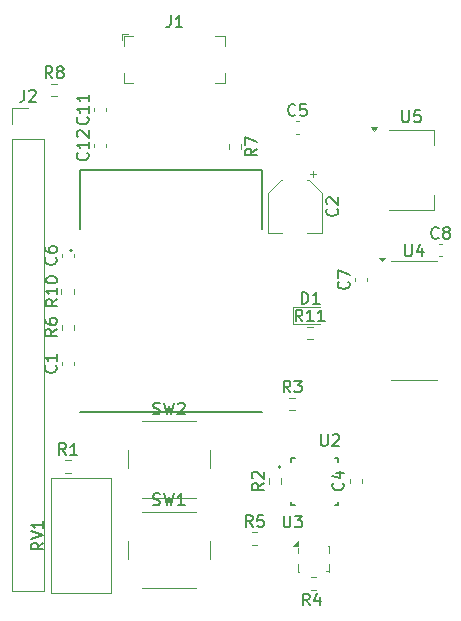
<source format=gbr>
%TF.GenerationSoftware,KiCad,Pcbnew,9.0.2*%
%TF.CreationDate,2025-06-10T14:23:58-07:00*%
%TF.ProjectId,LockerHacks Remake,4c6f636b-6572-4486-9163-6b732052656d,rev?*%
%TF.SameCoordinates,Original*%
%TF.FileFunction,Legend,Top*%
%TF.FilePolarity,Positive*%
%FSLAX46Y46*%
G04 Gerber Fmt 4.6, Leading zero omitted, Abs format (unit mm)*
G04 Created by KiCad (PCBNEW 9.0.2) date 2025-06-10 14:23:58*
%MOMM*%
%LPD*%
G01*
G04 APERTURE LIST*
%ADD10C,0.150000*%
%ADD11C,0.100000*%
%ADD12C,0.120000*%
%ADD13C,0.200000*%
%ADD14C,0.127000*%
G04 APERTURE END LIST*
D10*
X124438095Y-103454819D02*
X124438095Y-104264342D01*
X124438095Y-104264342D02*
X124485714Y-104359580D01*
X124485714Y-104359580D02*
X124533333Y-104407200D01*
X124533333Y-104407200D02*
X124628571Y-104454819D01*
X124628571Y-104454819D02*
X124819047Y-104454819D01*
X124819047Y-104454819D02*
X124914285Y-104407200D01*
X124914285Y-104407200D02*
X124961904Y-104359580D01*
X124961904Y-104359580D02*
X125009523Y-104264342D01*
X125009523Y-104264342D02*
X125009523Y-103454819D01*
X125390476Y-103454819D02*
X126009523Y-103454819D01*
X126009523Y-103454819D02*
X125676190Y-103835771D01*
X125676190Y-103835771D02*
X125819047Y-103835771D01*
X125819047Y-103835771D02*
X125914285Y-103883390D01*
X125914285Y-103883390D02*
X125961904Y-103931009D01*
X125961904Y-103931009D02*
X126009523Y-104026247D01*
X126009523Y-104026247D02*
X126009523Y-104264342D01*
X126009523Y-104264342D02*
X125961904Y-104359580D01*
X125961904Y-104359580D02*
X125914285Y-104407200D01*
X125914285Y-104407200D02*
X125819047Y-104454819D01*
X125819047Y-104454819D02*
X125533333Y-104454819D01*
X125533333Y-104454819D02*
X125438095Y-104407200D01*
X125438095Y-104407200D02*
X125390476Y-104359580D01*
X114866666Y-61104819D02*
X114866666Y-61819104D01*
X114866666Y-61819104D02*
X114819047Y-61961961D01*
X114819047Y-61961961D02*
X114723809Y-62057200D01*
X114723809Y-62057200D02*
X114580952Y-62104819D01*
X114580952Y-62104819D02*
X114485714Y-62104819D01*
X115866666Y-62104819D02*
X115295238Y-62104819D01*
X115580952Y-62104819D02*
X115580952Y-61104819D01*
X115580952Y-61104819D02*
X115485714Y-61247676D01*
X115485714Y-61247676D02*
X115390476Y-61342914D01*
X115390476Y-61342914D02*
X115295238Y-61390533D01*
X104858333Y-66424819D02*
X104525000Y-65948628D01*
X104286905Y-66424819D02*
X104286905Y-65424819D01*
X104286905Y-65424819D02*
X104667857Y-65424819D01*
X104667857Y-65424819D02*
X104763095Y-65472438D01*
X104763095Y-65472438D02*
X104810714Y-65520057D01*
X104810714Y-65520057D02*
X104858333Y-65615295D01*
X104858333Y-65615295D02*
X104858333Y-65758152D01*
X104858333Y-65758152D02*
X104810714Y-65853390D01*
X104810714Y-65853390D02*
X104763095Y-65901009D01*
X104763095Y-65901009D02*
X104667857Y-65948628D01*
X104667857Y-65948628D02*
X104286905Y-65948628D01*
X105429762Y-65853390D02*
X105334524Y-65805771D01*
X105334524Y-65805771D02*
X105286905Y-65758152D01*
X105286905Y-65758152D02*
X105239286Y-65662914D01*
X105239286Y-65662914D02*
X105239286Y-65615295D01*
X105239286Y-65615295D02*
X105286905Y-65520057D01*
X105286905Y-65520057D02*
X105334524Y-65472438D01*
X105334524Y-65472438D02*
X105429762Y-65424819D01*
X105429762Y-65424819D02*
X105620238Y-65424819D01*
X105620238Y-65424819D02*
X105715476Y-65472438D01*
X105715476Y-65472438D02*
X105763095Y-65520057D01*
X105763095Y-65520057D02*
X105810714Y-65615295D01*
X105810714Y-65615295D02*
X105810714Y-65662914D01*
X105810714Y-65662914D02*
X105763095Y-65758152D01*
X105763095Y-65758152D02*
X105715476Y-65805771D01*
X105715476Y-65805771D02*
X105620238Y-65853390D01*
X105620238Y-65853390D02*
X105429762Y-65853390D01*
X105429762Y-65853390D02*
X105334524Y-65901009D01*
X105334524Y-65901009D02*
X105286905Y-65948628D01*
X105286905Y-65948628D02*
X105239286Y-66043866D01*
X105239286Y-66043866D02*
X105239286Y-66234342D01*
X105239286Y-66234342D02*
X105286905Y-66329580D01*
X105286905Y-66329580D02*
X105334524Y-66377200D01*
X105334524Y-66377200D02*
X105429762Y-66424819D01*
X105429762Y-66424819D02*
X105620238Y-66424819D01*
X105620238Y-66424819D02*
X105715476Y-66377200D01*
X105715476Y-66377200D02*
X105763095Y-66329580D01*
X105763095Y-66329580D02*
X105810714Y-66234342D01*
X105810714Y-66234342D02*
X105810714Y-66043866D01*
X105810714Y-66043866D02*
X105763095Y-65948628D01*
X105763095Y-65948628D02*
X105715476Y-65901009D01*
X105715476Y-65901009D02*
X105620238Y-65853390D01*
X122184819Y-72391666D02*
X121708628Y-72724999D01*
X122184819Y-72963094D02*
X121184819Y-72963094D01*
X121184819Y-72963094D02*
X121184819Y-72582142D01*
X121184819Y-72582142D02*
X121232438Y-72486904D01*
X121232438Y-72486904D02*
X121280057Y-72439285D01*
X121280057Y-72439285D02*
X121375295Y-72391666D01*
X121375295Y-72391666D02*
X121518152Y-72391666D01*
X121518152Y-72391666D02*
X121613390Y-72439285D01*
X121613390Y-72439285D02*
X121661009Y-72486904D01*
X121661009Y-72486904D02*
X121708628Y-72582142D01*
X121708628Y-72582142D02*
X121708628Y-72963094D01*
X121184819Y-72058332D02*
X121184819Y-71391666D01*
X121184819Y-71391666D02*
X122184819Y-71820237D01*
X134488095Y-69154819D02*
X134488095Y-69964342D01*
X134488095Y-69964342D02*
X134535714Y-70059580D01*
X134535714Y-70059580D02*
X134583333Y-70107200D01*
X134583333Y-70107200D02*
X134678571Y-70154819D01*
X134678571Y-70154819D02*
X134869047Y-70154819D01*
X134869047Y-70154819D02*
X134964285Y-70107200D01*
X134964285Y-70107200D02*
X135011904Y-70059580D01*
X135011904Y-70059580D02*
X135059523Y-69964342D01*
X135059523Y-69964342D02*
X135059523Y-69154819D01*
X136011904Y-69154819D02*
X135535714Y-69154819D01*
X135535714Y-69154819D02*
X135488095Y-69631009D01*
X135488095Y-69631009D02*
X135535714Y-69583390D01*
X135535714Y-69583390D02*
X135630952Y-69535771D01*
X135630952Y-69535771D02*
X135869047Y-69535771D01*
X135869047Y-69535771D02*
X135964285Y-69583390D01*
X135964285Y-69583390D02*
X136011904Y-69631009D01*
X136011904Y-69631009D02*
X136059523Y-69726247D01*
X136059523Y-69726247D02*
X136059523Y-69964342D01*
X136059523Y-69964342D02*
X136011904Y-70059580D01*
X136011904Y-70059580D02*
X135964285Y-70107200D01*
X135964285Y-70107200D02*
X135869047Y-70154819D01*
X135869047Y-70154819D02*
X135630952Y-70154819D01*
X135630952Y-70154819D02*
X135535714Y-70107200D01*
X135535714Y-70107200D02*
X135488095Y-70059580D01*
X134713095Y-80499819D02*
X134713095Y-81309342D01*
X134713095Y-81309342D02*
X134760714Y-81404580D01*
X134760714Y-81404580D02*
X134808333Y-81452200D01*
X134808333Y-81452200D02*
X134903571Y-81499819D01*
X134903571Y-81499819D02*
X135094047Y-81499819D01*
X135094047Y-81499819D02*
X135189285Y-81452200D01*
X135189285Y-81452200D02*
X135236904Y-81404580D01*
X135236904Y-81404580D02*
X135284523Y-81309342D01*
X135284523Y-81309342D02*
X135284523Y-80499819D01*
X136189285Y-80833152D02*
X136189285Y-81499819D01*
X135951190Y-80452200D02*
X135713095Y-81166485D01*
X135713095Y-81166485D02*
X136332142Y-81166485D01*
X127588095Y-96562319D02*
X127588095Y-97371842D01*
X127588095Y-97371842D02*
X127635714Y-97467080D01*
X127635714Y-97467080D02*
X127683333Y-97514700D01*
X127683333Y-97514700D02*
X127778571Y-97562319D01*
X127778571Y-97562319D02*
X127969047Y-97562319D01*
X127969047Y-97562319D02*
X128064285Y-97514700D01*
X128064285Y-97514700D02*
X128111904Y-97467080D01*
X128111904Y-97467080D02*
X128159523Y-97371842D01*
X128159523Y-97371842D02*
X128159523Y-96562319D01*
X128588095Y-96657557D02*
X128635714Y-96609938D01*
X128635714Y-96609938D02*
X128730952Y-96562319D01*
X128730952Y-96562319D02*
X128969047Y-96562319D01*
X128969047Y-96562319D02*
X129064285Y-96609938D01*
X129064285Y-96609938D02*
X129111904Y-96657557D01*
X129111904Y-96657557D02*
X129159523Y-96752795D01*
X129159523Y-96752795D02*
X129159523Y-96848033D01*
X129159523Y-96848033D02*
X129111904Y-96990890D01*
X129111904Y-96990890D02*
X128540476Y-97562319D01*
X128540476Y-97562319D02*
X129159523Y-97562319D01*
X113401667Y-94837200D02*
X113544524Y-94884819D01*
X113544524Y-94884819D02*
X113782619Y-94884819D01*
X113782619Y-94884819D02*
X113877857Y-94837200D01*
X113877857Y-94837200D02*
X113925476Y-94789580D01*
X113925476Y-94789580D02*
X113973095Y-94694342D01*
X113973095Y-94694342D02*
X113973095Y-94599104D01*
X113973095Y-94599104D02*
X113925476Y-94503866D01*
X113925476Y-94503866D02*
X113877857Y-94456247D01*
X113877857Y-94456247D02*
X113782619Y-94408628D01*
X113782619Y-94408628D02*
X113592143Y-94361009D01*
X113592143Y-94361009D02*
X113496905Y-94313390D01*
X113496905Y-94313390D02*
X113449286Y-94265771D01*
X113449286Y-94265771D02*
X113401667Y-94170533D01*
X113401667Y-94170533D02*
X113401667Y-94075295D01*
X113401667Y-94075295D02*
X113449286Y-93980057D01*
X113449286Y-93980057D02*
X113496905Y-93932438D01*
X113496905Y-93932438D02*
X113592143Y-93884819D01*
X113592143Y-93884819D02*
X113830238Y-93884819D01*
X113830238Y-93884819D02*
X113973095Y-93932438D01*
X114306429Y-93884819D02*
X114544524Y-94884819D01*
X114544524Y-94884819D02*
X114735000Y-94170533D01*
X114735000Y-94170533D02*
X114925476Y-94884819D01*
X114925476Y-94884819D02*
X115163572Y-93884819D01*
X115496905Y-93980057D02*
X115544524Y-93932438D01*
X115544524Y-93932438D02*
X115639762Y-93884819D01*
X115639762Y-93884819D02*
X115877857Y-93884819D01*
X115877857Y-93884819D02*
X115973095Y-93932438D01*
X115973095Y-93932438D02*
X116020714Y-93980057D01*
X116020714Y-93980057D02*
X116068333Y-94075295D01*
X116068333Y-94075295D02*
X116068333Y-94170533D01*
X116068333Y-94170533D02*
X116020714Y-94313390D01*
X116020714Y-94313390D02*
X115449286Y-94884819D01*
X115449286Y-94884819D02*
X116068333Y-94884819D01*
X113401667Y-102537200D02*
X113544524Y-102584819D01*
X113544524Y-102584819D02*
X113782619Y-102584819D01*
X113782619Y-102584819D02*
X113877857Y-102537200D01*
X113877857Y-102537200D02*
X113925476Y-102489580D01*
X113925476Y-102489580D02*
X113973095Y-102394342D01*
X113973095Y-102394342D02*
X113973095Y-102299104D01*
X113973095Y-102299104D02*
X113925476Y-102203866D01*
X113925476Y-102203866D02*
X113877857Y-102156247D01*
X113877857Y-102156247D02*
X113782619Y-102108628D01*
X113782619Y-102108628D02*
X113592143Y-102061009D01*
X113592143Y-102061009D02*
X113496905Y-102013390D01*
X113496905Y-102013390D02*
X113449286Y-101965771D01*
X113449286Y-101965771D02*
X113401667Y-101870533D01*
X113401667Y-101870533D02*
X113401667Y-101775295D01*
X113401667Y-101775295D02*
X113449286Y-101680057D01*
X113449286Y-101680057D02*
X113496905Y-101632438D01*
X113496905Y-101632438D02*
X113592143Y-101584819D01*
X113592143Y-101584819D02*
X113830238Y-101584819D01*
X113830238Y-101584819D02*
X113973095Y-101632438D01*
X114306429Y-101584819D02*
X114544524Y-102584819D01*
X114544524Y-102584819D02*
X114735000Y-101870533D01*
X114735000Y-101870533D02*
X114925476Y-102584819D01*
X114925476Y-102584819D02*
X115163572Y-101584819D01*
X116068333Y-102584819D02*
X115496905Y-102584819D01*
X115782619Y-102584819D02*
X115782619Y-101584819D01*
X115782619Y-101584819D02*
X115687381Y-101727676D01*
X115687381Y-101727676D02*
X115592143Y-101822914D01*
X115592143Y-101822914D02*
X115496905Y-101870533D01*
X104094819Y-105755238D02*
X103618628Y-106088571D01*
X104094819Y-106326666D02*
X103094819Y-106326666D01*
X103094819Y-106326666D02*
X103094819Y-105945714D01*
X103094819Y-105945714D02*
X103142438Y-105850476D01*
X103142438Y-105850476D02*
X103190057Y-105802857D01*
X103190057Y-105802857D02*
X103285295Y-105755238D01*
X103285295Y-105755238D02*
X103428152Y-105755238D01*
X103428152Y-105755238D02*
X103523390Y-105802857D01*
X103523390Y-105802857D02*
X103571009Y-105850476D01*
X103571009Y-105850476D02*
X103618628Y-105945714D01*
X103618628Y-105945714D02*
X103618628Y-106326666D01*
X103094819Y-105469523D02*
X104094819Y-105136190D01*
X104094819Y-105136190D02*
X103094819Y-104802857D01*
X104094819Y-103945714D02*
X104094819Y-104517142D01*
X104094819Y-104231428D02*
X103094819Y-104231428D01*
X103094819Y-104231428D02*
X103237676Y-104326666D01*
X103237676Y-104326666D02*
X103332914Y-104421904D01*
X103332914Y-104421904D02*
X103380533Y-104517142D01*
X126019642Y-87024819D02*
X125686309Y-86548628D01*
X125448214Y-87024819D02*
X125448214Y-86024819D01*
X125448214Y-86024819D02*
X125829166Y-86024819D01*
X125829166Y-86024819D02*
X125924404Y-86072438D01*
X125924404Y-86072438D02*
X125972023Y-86120057D01*
X125972023Y-86120057D02*
X126019642Y-86215295D01*
X126019642Y-86215295D02*
X126019642Y-86358152D01*
X126019642Y-86358152D02*
X125972023Y-86453390D01*
X125972023Y-86453390D02*
X125924404Y-86501009D01*
X125924404Y-86501009D02*
X125829166Y-86548628D01*
X125829166Y-86548628D02*
X125448214Y-86548628D01*
X126972023Y-87024819D02*
X126400595Y-87024819D01*
X126686309Y-87024819D02*
X126686309Y-86024819D01*
X126686309Y-86024819D02*
X126591071Y-86167676D01*
X126591071Y-86167676D02*
X126495833Y-86262914D01*
X126495833Y-86262914D02*
X126400595Y-86310533D01*
X127924404Y-87024819D02*
X127352976Y-87024819D01*
X127638690Y-87024819D02*
X127638690Y-86024819D01*
X127638690Y-86024819D02*
X127543452Y-86167676D01*
X127543452Y-86167676D02*
X127448214Y-86262914D01*
X127448214Y-86262914D02*
X127352976Y-86310533D01*
X105284819Y-85117857D02*
X104808628Y-85451190D01*
X105284819Y-85689285D02*
X104284819Y-85689285D01*
X104284819Y-85689285D02*
X104284819Y-85308333D01*
X104284819Y-85308333D02*
X104332438Y-85213095D01*
X104332438Y-85213095D02*
X104380057Y-85165476D01*
X104380057Y-85165476D02*
X104475295Y-85117857D01*
X104475295Y-85117857D02*
X104618152Y-85117857D01*
X104618152Y-85117857D02*
X104713390Y-85165476D01*
X104713390Y-85165476D02*
X104761009Y-85213095D01*
X104761009Y-85213095D02*
X104808628Y-85308333D01*
X104808628Y-85308333D02*
X104808628Y-85689285D01*
X105284819Y-84165476D02*
X105284819Y-84736904D01*
X105284819Y-84451190D02*
X104284819Y-84451190D01*
X104284819Y-84451190D02*
X104427676Y-84546428D01*
X104427676Y-84546428D02*
X104522914Y-84641666D01*
X104522914Y-84641666D02*
X104570533Y-84736904D01*
X104284819Y-83546428D02*
X104284819Y-83451190D01*
X104284819Y-83451190D02*
X104332438Y-83355952D01*
X104332438Y-83355952D02*
X104380057Y-83308333D01*
X104380057Y-83308333D02*
X104475295Y-83260714D01*
X104475295Y-83260714D02*
X104665771Y-83213095D01*
X104665771Y-83213095D02*
X104903866Y-83213095D01*
X104903866Y-83213095D02*
X105094342Y-83260714D01*
X105094342Y-83260714D02*
X105189580Y-83308333D01*
X105189580Y-83308333D02*
X105237200Y-83355952D01*
X105237200Y-83355952D02*
X105284819Y-83451190D01*
X105284819Y-83451190D02*
X105284819Y-83546428D01*
X105284819Y-83546428D02*
X105237200Y-83641666D01*
X105237200Y-83641666D02*
X105189580Y-83689285D01*
X105189580Y-83689285D02*
X105094342Y-83736904D01*
X105094342Y-83736904D02*
X104903866Y-83784523D01*
X104903866Y-83784523D02*
X104665771Y-83784523D01*
X104665771Y-83784523D02*
X104475295Y-83736904D01*
X104475295Y-83736904D02*
X104380057Y-83689285D01*
X104380057Y-83689285D02*
X104332438Y-83641666D01*
X104332438Y-83641666D02*
X104284819Y-83546428D01*
X105254819Y-87666666D02*
X104778628Y-87999999D01*
X105254819Y-88238094D02*
X104254819Y-88238094D01*
X104254819Y-88238094D02*
X104254819Y-87857142D01*
X104254819Y-87857142D02*
X104302438Y-87761904D01*
X104302438Y-87761904D02*
X104350057Y-87714285D01*
X104350057Y-87714285D02*
X104445295Y-87666666D01*
X104445295Y-87666666D02*
X104588152Y-87666666D01*
X104588152Y-87666666D02*
X104683390Y-87714285D01*
X104683390Y-87714285D02*
X104731009Y-87761904D01*
X104731009Y-87761904D02*
X104778628Y-87857142D01*
X104778628Y-87857142D02*
X104778628Y-88238094D01*
X104254819Y-86809523D02*
X104254819Y-86999999D01*
X104254819Y-86999999D02*
X104302438Y-87095237D01*
X104302438Y-87095237D02*
X104350057Y-87142856D01*
X104350057Y-87142856D02*
X104492914Y-87238094D01*
X104492914Y-87238094D02*
X104683390Y-87285713D01*
X104683390Y-87285713D02*
X105064342Y-87285713D01*
X105064342Y-87285713D02*
X105159580Y-87238094D01*
X105159580Y-87238094D02*
X105207200Y-87190475D01*
X105207200Y-87190475D02*
X105254819Y-87095237D01*
X105254819Y-87095237D02*
X105254819Y-86904761D01*
X105254819Y-86904761D02*
X105207200Y-86809523D01*
X105207200Y-86809523D02*
X105159580Y-86761904D01*
X105159580Y-86761904D02*
X105064342Y-86714285D01*
X105064342Y-86714285D02*
X104826247Y-86714285D01*
X104826247Y-86714285D02*
X104731009Y-86761904D01*
X104731009Y-86761904D02*
X104683390Y-86809523D01*
X104683390Y-86809523D02*
X104635771Y-86904761D01*
X104635771Y-86904761D02*
X104635771Y-87095237D01*
X104635771Y-87095237D02*
X104683390Y-87190475D01*
X104683390Y-87190475D02*
X104731009Y-87238094D01*
X104731009Y-87238094D02*
X104826247Y-87285713D01*
X121808333Y-104424819D02*
X121475000Y-103948628D01*
X121236905Y-104424819D02*
X121236905Y-103424819D01*
X121236905Y-103424819D02*
X121617857Y-103424819D01*
X121617857Y-103424819D02*
X121713095Y-103472438D01*
X121713095Y-103472438D02*
X121760714Y-103520057D01*
X121760714Y-103520057D02*
X121808333Y-103615295D01*
X121808333Y-103615295D02*
X121808333Y-103758152D01*
X121808333Y-103758152D02*
X121760714Y-103853390D01*
X121760714Y-103853390D02*
X121713095Y-103901009D01*
X121713095Y-103901009D02*
X121617857Y-103948628D01*
X121617857Y-103948628D02*
X121236905Y-103948628D01*
X122713095Y-103424819D02*
X122236905Y-103424819D01*
X122236905Y-103424819D02*
X122189286Y-103901009D01*
X122189286Y-103901009D02*
X122236905Y-103853390D01*
X122236905Y-103853390D02*
X122332143Y-103805771D01*
X122332143Y-103805771D02*
X122570238Y-103805771D01*
X122570238Y-103805771D02*
X122665476Y-103853390D01*
X122665476Y-103853390D02*
X122713095Y-103901009D01*
X122713095Y-103901009D02*
X122760714Y-103996247D01*
X122760714Y-103996247D02*
X122760714Y-104234342D01*
X122760714Y-104234342D02*
X122713095Y-104329580D01*
X122713095Y-104329580D02*
X122665476Y-104377200D01*
X122665476Y-104377200D02*
X122570238Y-104424819D01*
X122570238Y-104424819D02*
X122332143Y-104424819D01*
X122332143Y-104424819D02*
X122236905Y-104377200D01*
X122236905Y-104377200D02*
X122189286Y-104329580D01*
X126633333Y-111054819D02*
X126300000Y-110578628D01*
X126061905Y-111054819D02*
X126061905Y-110054819D01*
X126061905Y-110054819D02*
X126442857Y-110054819D01*
X126442857Y-110054819D02*
X126538095Y-110102438D01*
X126538095Y-110102438D02*
X126585714Y-110150057D01*
X126585714Y-110150057D02*
X126633333Y-110245295D01*
X126633333Y-110245295D02*
X126633333Y-110388152D01*
X126633333Y-110388152D02*
X126585714Y-110483390D01*
X126585714Y-110483390D02*
X126538095Y-110531009D01*
X126538095Y-110531009D02*
X126442857Y-110578628D01*
X126442857Y-110578628D02*
X126061905Y-110578628D01*
X127490476Y-110388152D02*
X127490476Y-111054819D01*
X127252381Y-110007200D02*
X127014286Y-110721485D01*
X127014286Y-110721485D02*
X127633333Y-110721485D01*
X125008333Y-93024819D02*
X124675000Y-92548628D01*
X124436905Y-93024819D02*
X124436905Y-92024819D01*
X124436905Y-92024819D02*
X124817857Y-92024819D01*
X124817857Y-92024819D02*
X124913095Y-92072438D01*
X124913095Y-92072438D02*
X124960714Y-92120057D01*
X124960714Y-92120057D02*
X125008333Y-92215295D01*
X125008333Y-92215295D02*
X125008333Y-92358152D01*
X125008333Y-92358152D02*
X124960714Y-92453390D01*
X124960714Y-92453390D02*
X124913095Y-92501009D01*
X124913095Y-92501009D02*
X124817857Y-92548628D01*
X124817857Y-92548628D02*
X124436905Y-92548628D01*
X125341667Y-92024819D02*
X125960714Y-92024819D01*
X125960714Y-92024819D02*
X125627381Y-92405771D01*
X125627381Y-92405771D02*
X125770238Y-92405771D01*
X125770238Y-92405771D02*
X125865476Y-92453390D01*
X125865476Y-92453390D02*
X125913095Y-92501009D01*
X125913095Y-92501009D02*
X125960714Y-92596247D01*
X125960714Y-92596247D02*
X125960714Y-92834342D01*
X125960714Y-92834342D02*
X125913095Y-92929580D01*
X125913095Y-92929580D02*
X125865476Y-92977200D01*
X125865476Y-92977200D02*
X125770238Y-93024819D01*
X125770238Y-93024819D02*
X125484524Y-93024819D01*
X125484524Y-93024819D02*
X125389286Y-92977200D01*
X125389286Y-92977200D02*
X125341667Y-92929580D01*
X122754819Y-100696666D02*
X122278628Y-101029999D01*
X122754819Y-101268094D02*
X121754819Y-101268094D01*
X121754819Y-101268094D02*
X121754819Y-100887142D01*
X121754819Y-100887142D02*
X121802438Y-100791904D01*
X121802438Y-100791904D02*
X121850057Y-100744285D01*
X121850057Y-100744285D02*
X121945295Y-100696666D01*
X121945295Y-100696666D02*
X122088152Y-100696666D01*
X122088152Y-100696666D02*
X122183390Y-100744285D01*
X122183390Y-100744285D02*
X122231009Y-100791904D01*
X122231009Y-100791904D02*
X122278628Y-100887142D01*
X122278628Y-100887142D02*
X122278628Y-101268094D01*
X121850057Y-100315713D02*
X121802438Y-100268094D01*
X121802438Y-100268094D02*
X121754819Y-100172856D01*
X121754819Y-100172856D02*
X121754819Y-99934761D01*
X121754819Y-99934761D02*
X121802438Y-99839523D01*
X121802438Y-99839523D02*
X121850057Y-99791904D01*
X121850057Y-99791904D02*
X121945295Y-99744285D01*
X121945295Y-99744285D02*
X122040533Y-99744285D01*
X122040533Y-99744285D02*
X122183390Y-99791904D01*
X122183390Y-99791904D02*
X122754819Y-100363332D01*
X122754819Y-100363332D02*
X122754819Y-99744285D01*
X106008333Y-98324819D02*
X105675000Y-97848628D01*
X105436905Y-98324819D02*
X105436905Y-97324819D01*
X105436905Y-97324819D02*
X105817857Y-97324819D01*
X105817857Y-97324819D02*
X105913095Y-97372438D01*
X105913095Y-97372438D02*
X105960714Y-97420057D01*
X105960714Y-97420057D02*
X106008333Y-97515295D01*
X106008333Y-97515295D02*
X106008333Y-97658152D01*
X106008333Y-97658152D02*
X105960714Y-97753390D01*
X105960714Y-97753390D02*
X105913095Y-97801009D01*
X105913095Y-97801009D02*
X105817857Y-97848628D01*
X105817857Y-97848628D02*
X105436905Y-97848628D01*
X106960714Y-98324819D02*
X106389286Y-98324819D01*
X106675000Y-98324819D02*
X106675000Y-97324819D01*
X106675000Y-97324819D02*
X106579762Y-97467676D01*
X106579762Y-97467676D02*
X106484524Y-97562914D01*
X106484524Y-97562914D02*
X106389286Y-97610533D01*
X102466666Y-67409819D02*
X102466666Y-68124104D01*
X102466666Y-68124104D02*
X102419047Y-68266961D01*
X102419047Y-68266961D02*
X102323809Y-68362200D01*
X102323809Y-68362200D02*
X102180952Y-68409819D01*
X102180952Y-68409819D02*
X102085714Y-68409819D01*
X102895238Y-67505057D02*
X102942857Y-67457438D01*
X102942857Y-67457438D02*
X103038095Y-67409819D01*
X103038095Y-67409819D02*
X103276190Y-67409819D01*
X103276190Y-67409819D02*
X103371428Y-67457438D01*
X103371428Y-67457438D02*
X103419047Y-67505057D01*
X103419047Y-67505057D02*
X103466666Y-67600295D01*
X103466666Y-67600295D02*
X103466666Y-67695533D01*
X103466666Y-67695533D02*
X103419047Y-67838390D01*
X103419047Y-67838390D02*
X102847619Y-68409819D01*
X102847619Y-68409819D02*
X103466666Y-68409819D01*
X125961905Y-85524819D02*
X125961905Y-84524819D01*
X125961905Y-84524819D02*
X126200000Y-84524819D01*
X126200000Y-84524819D02*
X126342857Y-84572438D01*
X126342857Y-84572438D02*
X126438095Y-84667676D01*
X126438095Y-84667676D02*
X126485714Y-84762914D01*
X126485714Y-84762914D02*
X126533333Y-84953390D01*
X126533333Y-84953390D02*
X126533333Y-85096247D01*
X126533333Y-85096247D02*
X126485714Y-85286723D01*
X126485714Y-85286723D02*
X126438095Y-85381961D01*
X126438095Y-85381961D02*
X126342857Y-85477200D01*
X126342857Y-85477200D02*
X126200000Y-85524819D01*
X126200000Y-85524819D02*
X125961905Y-85524819D01*
X127485714Y-85524819D02*
X126914286Y-85524819D01*
X127200000Y-85524819D02*
X127200000Y-84524819D01*
X127200000Y-84524819D02*
X127104762Y-84667676D01*
X127104762Y-84667676D02*
X127009524Y-84762914D01*
X127009524Y-84762914D02*
X126914286Y-84810533D01*
X107829580Y-72742857D02*
X107877200Y-72790476D01*
X107877200Y-72790476D02*
X107924819Y-72933333D01*
X107924819Y-72933333D02*
X107924819Y-73028571D01*
X107924819Y-73028571D02*
X107877200Y-73171428D01*
X107877200Y-73171428D02*
X107781961Y-73266666D01*
X107781961Y-73266666D02*
X107686723Y-73314285D01*
X107686723Y-73314285D02*
X107496247Y-73361904D01*
X107496247Y-73361904D02*
X107353390Y-73361904D01*
X107353390Y-73361904D02*
X107162914Y-73314285D01*
X107162914Y-73314285D02*
X107067676Y-73266666D01*
X107067676Y-73266666D02*
X106972438Y-73171428D01*
X106972438Y-73171428D02*
X106924819Y-73028571D01*
X106924819Y-73028571D02*
X106924819Y-72933333D01*
X106924819Y-72933333D02*
X106972438Y-72790476D01*
X106972438Y-72790476D02*
X107020057Y-72742857D01*
X107924819Y-71790476D02*
X107924819Y-72361904D01*
X107924819Y-72076190D02*
X106924819Y-72076190D01*
X106924819Y-72076190D02*
X107067676Y-72171428D01*
X107067676Y-72171428D02*
X107162914Y-72266666D01*
X107162914Y-72266666D02*
X107210533Y-72361904D01*
X107020057Y-71409523D02*
X106972438Y-71361904D01*
X106972438Y-71361904D02*
X106924819Y-71266666D01*
X106924819Y-71266666D02*
X106924819Y-71028571D01*
X106924819Y-71028571D02*
X106972438Y-70933333D01*
X106972438Y-70933333D02*
X107020057Y-70885714D01*
X107020057Y-70885714D02*
X107115295Y-70838095D01*
X107115295Y-70838095D02*
X107210533Y-70838095D01*
X107210533Y-70838095D02*
X107353390Y-70885714D01*
X107353390Y-70885714D02*
X107924819Y-71457142D01*
X107924819Y-71457142D02*
X107924819Y-70838095D01*
X107829580Y-69717857D02*
X107877200Y-69765476D01*
X107877200Y-69765476D02*
X107924819Y-69908333D01*
X107924819Y-69908333D02*
X107924819Y-70003571D01*
X107924819Y-70003571D02*
X107877200Y-70146428D01*
X107877200Y-70146428D02*
X107781961Y-70241666D01*
X107781961Y-70241666D02*
X107686723Y-70289285D01*
X107686723Y-70289285D02*
X107496247Y-70336904D01*
X107496247Y-70336904D02*
X107353390Y-70336904D01*
X107353390Y-70336904D02*
X107162914Y-70289285D01*
X107162914Y-70289285D02*
X107067676Y-70241666D01*
X107067676Y-70241666D02*
X106972438Y-70146428D01*
X106972438Y-70146428D02*
X106924819Y-70003571D01*
X106924819Y-70003571D02*
X106924819Y-69908333D01*
X106924819Y-69908333D02*
X106972438Y-69765476D01*
X106972438Y-69765476D02*
X107020057Y-69717857D01*
X107924819Y-68765476D02*
X107924819Y-69336904D01*
X107924819Y-69051190D02*
X106924819Y-69051190D01*
X106924819Y-69051190D02*
X107067676Y-69146428D01*
X107067676Y-69146428D02*
X107162914Y-69241666D01*
X107162914Y-69241666D02*
X107210533Y-69336904D01*
X107924819Y-67813095D02*
X107924819Y-68384523D01*
X107924819Y-68098809D02*
X106924819Y-68098809D01*
X106924819Y-68098809D02*
X107067676Y-68194047D01*
X107067676Y-68194047D02*
X107162914Y-68289285D01*
X107162914Y-68289285D02*
X107210533Y-68384523D01*
X137558333Y-79929580D02*
X137510714Y-79977200D01*
X137510714Y-79977200D02*
X137367857Y-80024819D01*
X137367857Y-80024819D02*
X137272619Y-80024819D01*
X137272619Y-80024819D02*
X137129762Y-79977200D01*
X137129762Y-79977200D02*
X137034524Y-79881961D01*
X137034524Y-79881961D02*
X136986905Y-79786723D01*
X136986905Y-79786723D02*
X136939286Y-79596247D01*
X136939286Y-79596247D02*
X136939286Y-79453390D01*
X136939286Y-79453390D02*
X136986905Y-79262914D01*
X136986905Y-79262914D02*
X137034524Y-79167676D01*
X137034524Y-79167676D02*
X137129762Y-79072438D01*
X137129762Y-79072438D02*
X137272619Y-79024819D01*
X137272619Y-79024819D02*
X137367857Y-79024819D01*
X137367857Y-79024819D02*
X137510714Y-79072438D01*
X137510714Y-79072438D02*
X137558333Y-79120057D01*
X138129762Y-79453390D02*
X138034524Y-79405771D01*
X138034524Y-79405771D02*
X137986905Y-79358152D01*
X137986905Y-79358152D02*
X137939286Y-79262914D01*
X137939286Y-79262914D02*
X137939286Y-79215295D01*
X137939286Y-79215295D02*
X137986905Y-79120057D01*
X137986905Y-79120057D02*
X138034524Y-79072438D01*
X138034524Y-79072438D02*
X138129762Y-79024819D01*
X138129762Y-79024819D02*
X138320238Y-79024819D01*
X138320238Y-79024819D02*
X138415476Y-79072438D01*
X138415476Y-79072438D02*
X138463095Y-79120057D01*
X138463095Y-79120057D02*
X138510714Y-79215295D01*
X138510714Y-79215295D02*
X138510714Y-79262914D01*
X138510714Y-79262914D02*
X138463095Y-79358152D01*
X138463095Y-79358152D02*
X138415476Y-79405771D01*
X138415476Y-79405771D02*
X138320238Y-79453390D01*
X138320238Y-79453390D02*
X138129762Y-79453390D01*
X138129762Y-79453390D02*
X138034524Y-79501009D01*
X138034524Y-79501009D02*
X137986905Y-79548628D01*
X137986905Y-79548628D02*
X137939286Y-79643866D01*
X137939286Y-79643866D02*
X137939286Y-79834342D01*
X137939286Y-79834342D02*
X137986905Y-79929580D01*
X137986905Y-79929580D02*
X138034524Y-79977200D01*
X138034524Y-79977200D02*
X138129762Y-80024819D01*
X138129762Y-80024819D02*
X138320238Y-80024819D01*
X138320238Y-80024819D02*
X138415476Y-79977200D01*
X138415476Y-79977200D02*
X138463095Y-79929580D01*
X138463095Y-79929580D02*
X138510714Y-79834342D01*
X138510714Y-79834342D02*
X138510714Y-79643866D01*
X138510714Y-79643866D02*
X138463095Y-79548628D01*
X138463095Y-79548628D02*
X138415476Y-79501009D01*
X138415476Y-79501009D02*
X138320238Y-79453390D01*
X129929580Y-83641666D02*
X129977200Y-83689285D01*
X129977200Y-83689285D02*
X130024819Y-83832142D01*
X130024819Y-83832142D02*
X130024819Y-83927380D01*
X130024819Y-83927380D02*
X129977200Y-84070237D01*
X129977200Y-84070237D02*
X129881961Y-84165475D01*
X129881961Y-84165475D02*
X129786723Y-84213094D01*
X129786723Y-84213094D02*
X129596247Y-84260713D01*
X129596247Y-84260713D02*
X129453390Y-84260713D01*
X129453390Y-84260713D02*
X129262914Y-84213094D01*
X129262914Y-84213094D02*
X129167676Y-84165475D01*
X129167676Y-84165475D02*
X129072438Y-84070237D01*
X129072438Y-84070237D02*
X129024819Y-83927380D01*
X129024819Y-83927380D02*
X129024819Y-83832142D01*
X129024819Y-83832142D02*
X129072438Y-83689285D01*
X129072438Y-83689285D02*
X129120057Y-83641666D01*
X129024819Y-83308332D02*
X129024819Y-82641666D01*
X129024819Y-82641666D02*
X130024819Y-83070237D01*
X105129580Y-81591666D02*
X105177200Y-81639285D01*
X105177200Y-81639285D02*
X105224819Y-81782142D01*
X105224819Y-81782142D02*
X105224819Y-81877380D01*
X105224819Y-81877380D02*
X105177200Y-82020237D01*
X105177200Y-82020237D02*
X105081961Y-82115475D01*
X105081961Y-82115475D02*
X104986723Y-82163094D01*
X104986723Y-82163094D02*
X104796247Y-82210713D01*
X104796247Y-82210713D02*
X104653390Y-82210713D01*
X104653390Y-82210713D02*
X104462914Y-82163094D01*
X104462914Y-82163094D02*
X104367676Y-82115475D01*
X104367676Y-82115475D02*
X104272438Y-82020237D01*
X104272438Y-82020237D02*
X104224819Y-81877380D01*
X104224819Y-81877380D02*
X104224819Y-81782142D01*
X104224819Y-81782142D02*
X104272438Y-81639285D01*
X104272438Y-81639285D02*
X104320057Y-81591666D01*
X104224819Y-80734523D02*
X104224819Y-80924999D01*
X104224819Y-80924999D02*
X104272438Y-81020237D01*
X104272438Y-81020237D02*
X104320057Y-81067856D01*
X104320057Y-81067856D02*
X104462914Y-81163094D01*
X104462914Y-81163094D02*
X104653390Y-81210713D01*
X104653390Y-81210713D02*
X105034342Y-81210713D01*
X105034342Y-81210713D02*
X105129580Y-81163094D01*
X105129580Y-81163094D02*
X105177200Y-81115475D01*
X105177200Y-81115475D02*
X105224819Y-81020237D01*
X105224819Y-81020237D02*
X105224819Y-80829761D01*
X105224819Y-80829761D02*
X105177200Y-80734523D01*
X105177200Y-80734523D02*
X105129580Y-80686904D01*
X105129580Y-80686904D02*
X105034342Y-80639285D01*
X105034342Y-80639285D02*
X104796247Y-80639285D01*
X104796247Y-80639285D02*
X104701009Y-80686904D01*
X104701009Y-80686904D02*
X104653390Y-80734523D01*
X104653390Y-80734523D02*
X104605771Y-80829761D01*
X104605771Y-80829761D02*
X104605771Y-81020237D01*
X104605771Y-81020237D02*
X104653390Y-81115475D01*
X104653390Y-81115475D02*
X104701009Y-81163094D01*
X104701009Y-81163094D02*
X104796247Y-81210713D01*
X125433333Y-69529580D02*
X125385714Y-69577200D01*
X125385714Y-69577200D02*
X125242857Y-69624819D01*
X125242857Y-69624819D02*
X125147619Y-69624819D01*
X125147619Y-69624819D02*
X125004762Y-69577200D01*
X125004762Y-69577200D02*
X124909524Y-69481961D01*
X124909524Y-69481961D02*
X124861905Y-69386723D01*
X124861905Y-69386723D02*
X124814286Y-69196247D01*
X124814286Y-69196247D02*
X124814286Y-69053390D01*
X124814286Y-69053390D02*
X124861905Y-68862914D01*
X124861905Y-68862914D02*
X124909524Y-68767676D01*
X124909524Y-68767676D02*
X125004762Y-68672438D01*
X125004762Y-68672438D02*
X125147619Y-68624819D01*
X125147619Y-68624819D02*
X125242857Y-68624819D01*
X125242857Y-68624819D02*
X125385714Y-68672438D01*
X125385714Y-68672438D02*
X125433333Y-68720057D01*
X126338095Y-68624819D02*
X125861905Y-68624819D01*
X125861905Y-68624819D02*
X125814286Y-69101009D01*
X125814286Y-69101009D02*
X125861905Y-69053390D01*
X125861905Y-69053390D02*
X125957143Y-69005771D01*
X125957143Y-69005771D02*
X126195238Y-69005771D01*
X126195238Y-69005771D02*
X126290476Y-69053390D01*
X126290476Y-69053390D02*
X126338095Y-69101009D01*
X126338095Y-69101009D02*
X126385714Y-69196247D01*
X126385714Y-69196247D02*
X126385714Y-69434342D01*
X126385714Y-69434342D02*
X126338095Y-69529580D01*
X126338095Y-69529580D02*
X126290476Y-69577200D01*
X126290476Y-69577200D02*
X126195238Y-69624819D01*
X126195238Y-69624819D02*
X125957143Y-69624819D01*
X125957143Y-69624819D02*
X125861905Y-69577200D01*
X125861905Y-69577200D02*
X125814286Y-69529580D01*
X129459580Y-100696666D02*
X129507200Y-100744285D01*
X129507200Y-100744285D02*
X129554819Y-100887142D01*
X129554819Y-100887142D02*
X129554819Y-100982380D01*
X129554819Y-100982380D02*
X129507200Y-101125237D01*
X129507200Y-101125237D02*
X129411961Y-101220475D01*
X129411961Y-101220475D02*
X129316723Y-101268094D01*
X129316723Y-101268094D02*
X129126247Y-101315713D01*
X129126247Y-101315713D02*
X128983390Y-101315713D01*
X128983390Y-101315713D02*
X128792914Y-101268094D01*
X128792914Y-101268094D02*
X128697676Y-101220475D01*
X128697676Y-101220475D02*
X128602438Y-101125237D01*
X128602438Y-101125237D02*
X128554819Y-100982380D01*
X128554819Y-100982380D02*
X128554819Y-100887142D01*
X128554819Y-100887142D02*
X128602438Y-100744285D01*
X128602438Y-100744285D02*
X128650057Y-100696666D01*
X128888152Y-99839523D02*
X129554819Y-99839523D01*
X128507200Y-100077618D02*
X129221485Y-100315713D01*
X129221485Y-100315713D02*
X129221485Y-99696666D01*
X128959580Y-77466666D02*
X129007200Y-77514285D01*
X129007200Y-77514285D02*
X129054819Y-77657142D01*
X129054819Y-77657142D02*
X129054819Y-77752380D01*
X129054819Y-77752380D02*
X129007200Y-77895237D01*
X129007200Y-77895237D02*
X128911961Y-77990475D01*
X128911961Y-77990475D02*
X128816723Y-78038094D01*
X128816723Y-78038094D02*
X128626247Y-78085713D01*
X128626247Y-78085713D02*
X128483390Y-78085713D01*
X128483390Y-78085713D02*
X128292914Y-78038094D01*
X128292914Y-78038094D02*
X128197676Y-77990475D01*
X128197676Y-77990475D02*
X128102438Y-77895237D01*
X128102438Y-77895237D02*
X128054819Y-77752380D01*
X128054819Y-77752380D02*
X128054819Y-77657142D01*
X128054819Y-77657142D02*
X128102438Y-77514285D01*
X128102438Y-77514285D02*
X128150057Y-77466666D01*
X128150057Y-77085713D02*
X128102438Y-77038094D01*
X128102438Y-77038094D02*
X128054819Y-76942856D01*
X128054819Y-76942856D02*
X128054819Y-76704761D01*
X128054819Y-76704761D02*
X128102438Y-76609523D01*
X128102438Y-76609523D02*
X128150057Y-76561904D01*
X128150057Y-76561904D02*
X128245295Y-76514285D01*
X128245295Y-76514285D02*
X128340533Y-76514285D01*
X128340533Y-76514285D02*
X128483390Y-76561904D01*
X128483390Y-76561904D02*
X129054819Y-77133332D01*
X129054819Y-77133332D02*
X129054819Y-76514285D01*
X105129580Y-90741666D02*
X105177200Y-90789285D01*
X105177200Y-90789285D02*
X105224819Y-90932142D01*
X105224819Y-90932142D02*
X105224819Y-91027380D01*
X105224819Y-91027380D02*
X105177200Y-91170237D01*
X105177200Y-91170237D02*
X105081961Y-91265475D01*
X105081961Y-91265475D02*
X104986723Y-91313094D01*
X104986723Y-91313094D02*
X104796247Y-91360713D01*
X104796247Y-91360713D02*
X104653390Y-91360713D01*
X104653390Y-91360713D02*
X104462914Y-91313094D01*
X104462914Y-91313094D02*
X104367676Y-91265475D01*
X104367676Y-91265475D02*
X104272438Y-91170237D01*
X104272438Y-91170237D02*
X104224819Y-91027380D01*
X104224819Y-91027380D02*
X104224819Y-90932142D01*
X104224819Y-90932142D02*
X104272438Y-90789285D01*
X104272438Y-90789285D02*
X104320057Y-90741666D01*
X105224819Y-89789285D02*
X105224819Y-90360713D01*
X105224819Y-90074999D02*
X104224819Y-90074999D01*
X104224819Y-90074999D02*
X104367676Y-90170237D01*
X104367676Y-90170237D02*
X104462914Y-90265475D01*
X104462914Y-90265475D02*
X104510533Y-90360713D01*
D11*
%TO.C,U3*%
X125625000Y-106000000D02*
X125265000Y-106000000D01*
X125625000Y-105640000D01*
X125625000Y-106000000D01*
G36*
X125625000Y-106000000D02*
G01*
X125265000Y-106000000D01*
X125625000Y-105640000D01*
X125625000Y-106000000D01*
G37*
X128325000Y-108200000D02*
X128325000Y-107560000D01*
X128325000Y-106640000D02*
X128325000Y-106000000D01*
X128175000Y-106000000D02*
X128325000Y-106000000D01*
X128050000Y-108175000D02*
X128200000Y-108175000D01*
X125625000Y-108200000D02*
X125775000Y-108200000D01*
X125625000Y-108200000D02*
X125625000Y-107560000D01*
X125625000Y-106640000D02*
X125625000Y-106200000D01*
D12*
%TO.C,J1*%
X119470000Y-66870000D02*
X119470000Y-65970000D01*
X119470000Y-66870000D02*
X118670000Y-66870000D01*
X119470000Y-62830000D02*
X119470000Y-63730000D01*
X119470000Y-62830000D02*
X118670000Y-62830000D01*
X110930000Y-66870000D02*
X111730000Y-66870000D01*
X110930000Y-66870000D02*
X110930000Y-65970000D01*
X110930000Y-62830000D02*
X111730000Y-62830000D01*
X110930000Y-62830000D02*
X110930000Y-63730000D01*
X110780000Y-62680000D02*
X111280000Y-62680000D01*
X110780000Y-62680000D02*
X110780000Y-63180000D01*
%TO.C,R8*%
X104787742Y-67922500D02*
X105262258Y-67922500D01*
X104787742Y-66877500D02*
X105262258Y-66877500D01*
%TO.C,R7*%
X119777500Y-71987742D02*
X119777500Y-72462258D01*
X120822500Y-71987742D02*
X120822500Y-72462258D01*
%TO.C,U5*%
X133400000Y-70790000D02*
X137160000Y-70790000D01*
X133400000Y-77610000D02*
X137160000Y-77610000D01*
X137160000Y-70790000D02*
X137160000Y-72050000D01*
X137160000Y-77610000D02*
X137160000Y-76350000D01*
X132120000Y-70890000D02*
X131880000Y-70560000D01*
X132360000Y-70560000D01*
X132120000Y-70890000D01*
G36*
X132120000Y-70890000D02*
G01*
X131880000Y-70560000D01*
X132360000Y-70560000D01*
X132120000Y-70890000D01*
G37*
%TO.C,U4*%
X135475000Y-81885000D02*
X133525000Y-81885000D01*
X135475000Y-81885000D02*
X137425000Y-81885000D01*
X135475000Y-92005000D02*
X133525000Y-92005000D01*
X135475000Y-92005000D02*
X137425000Y-92005000D01*
X132775000Y-81940000D02*
X132535000Y-81610000D01*
X133015000Y-81610000D01*
X132775000Y-81940000D01*
G36*
X132775000Y-81940000D02*
G01*
X132535000Y-81610000D01*
X133015000Y-81610000D01*
X132775000Y-81940000D01*
G37*
D13*
%TO.C,U2*%
X124180000Y-99350000D02*
G75*
G02*
X123980000Y-99350000I-100000J0D01*
G01*
X123980000Y-99350000D02*
G75*
G02*
X124180000Y-99350000I100000J0D01*
G01*
D14*
X125080000Y-98600000D02*
X125080000Y-98895000D01*
X125080000Y-98600000D02*
X125375000Y-98600000D01*
X125080000Y-102600000D02*
X125375000Y-102600000D01*
X125080000Y-102600000D02*
X125080000Y-102305000D01*
X129080000Y-102600000D02*
X129080000Y-102305000D01*
X129080000Y-102600000D02*
X128785000Y-102600000D01*
X129080000Y-98600000D02*
X128785000Y-98600000D01*
X129080000Y-98600000D02*
X129080000Y-98895000D01*
%TO.C,U1*%
X107200000Y-74175000D02*
X122600000Y-74175000D01*
X122600000Y-74175000D02*
X122600000Y-79225000D01*
X122600000Y-94675000D02*
X107200000Y-94675000D01*
X107200000Y-79225000D02*
X107200000Y-74175000D01*
D13*
X106550000Y-81000000D02*
G75*
G02*
X106350000Y-81000000I-100000J0D01*
G01*
X106350000Y-81000000D02*
G75*
G02*
X106550000Y-81000000I100000J0D01*
G01*
D12*
%TO.C,SW2*%
X111235000Y-97930000D02*
X111235000Y-99430000D01*
X112485000Y-101930000D02*
X116985000Y-101930000D01*
X116985000Y-95430000D02*
X112485000Y-95430000D01*
X118235000Y-99430000D02*
X118235000Y-97930000D01*
%TO.C,SW1*%
X111235000Y-105630000D02*
X111235000Y-107130000D01*
X112485000Y-109630000D02*
X116985000Y-109630000D01*
X116985000Y-103130000D02*
X112485000Y-103130000D01*
X118235000Y-107130000D02*
X118235000Y-105630000D01*
%TO.C,RV1*%
X104780000Y-110035000D02*
X109830000Y-110035000D01*
X104780000Y-110035000D02*
X104780000Y-100285000D01*
X109830000Y-110035000D02*
X109830000Y-100285000D01*
X104780000Y-100285000D02*
X109830000Y-100285000D01*
%TO.C,R11*%
X126425242Y-87477500D02*
X126899758Y-87477500D01*
X126425242Y-88522500D02*
X126899758Y-88522500D01*
%TO.C,R10*%
X105627500Y-84712258D02*
X105627500Y-84237742D01*
X106672500Y-84712258D02*
X106672500Y-84237742D01*
%TO.C,R6*%
X105677500Y-87762258D02*
X105677500Y-87287742D01*
X106722500Y-87762258D02*
X106722500Y-87287742D01*
%TO.C,R5*%
X121737742Y-104877500D02*
X122212258Y-104877500D01*
X121737742Y-105922500D02*
X122212258Y-105922500D01*
%TO.C,R4*%
X126737742Y-108677500D02*
X127212258Y-108677500D01*
X126737742Y-109722500D02*
X127212258Y-109722500D01*
%TO.C,R3*%
X124937742Y-93477500D02*
X125412258Y-93477500D01*
X124937742Y-94522500D02*
X125412258Y-94522500D01*
%TO.C,R2*%
X123207500Y-100767258D02*
X123207500Y-100292742D01*
X124252500Y-100767258D02*
X124252500Y-100292742D01*
%TO.C,R1*%
X105937742Y-98777500D02*
X106412258Y-98777500D01*
X105937742Y-99822500D02*
X106412258Y-99822500D01*
%TO.C,J2*%
X101420000Y-68955000D02*
X102800000Y-68955000D01*
X101420000Y-70335000D02*
X101420000Y-68955000D01*
X101420000Y-71605000D02*
X101420000Y-109815000D01*
X101420000Y-71605000D02*
X104180000Y-71605000D01*
X101420000Y-109815000D02*
X104180000Y-109815000D01*
X104180000Y-71605000D02*
X104180000Y-109815000D01*
%TO.C,D1*%
X125215000Y-85765000D02*
X125215000Y-87235000D01*
X125215000Y-87235000D02*
X127500000Y-87235000D01*
X127500000Y-85765000D02*
X125215000Y-85765000D01*
%TO.C,C12*%
X108390000Y-72240580D02*
X108390000Y-71959420D01*
X109410000Y-72240580D02*
X109410000Y-71959420D01*
%TO.C,C11*%
X108390000Y-69215580D02*
X108390000Y-68934420D01*
X109410000Y-69215580D02*
X109410000Y-68934420D01*
%TO.C,C8*%
X137584420Y-80490000D02*
X137865580Y-80490000D01*
X137584420Y-81510000D02*
X137865580Y-81510000D01*
%TO.C,C7*%
X130490000Y-83615580D02*
X130490000Y-83334420D01*
X131510000Y-83615580D02*
X131510000Y-83334420D01*
%TO.C,C6*%
X105690000Y-81565580D02*
X105690000Y-81284420D01*
X106710000Y-81565580D02*
X106710000Y-81284420D01*
%TO.C,C5*%
X125459420Y-70090000D02*
X125740580Y-70090000D01*
X125459420Y-71110000D02*
X125740580Y-71110000D01*
%TO.C,C4*%
X130020000Y-100670580D02*
X130020000Y-100389420D01*
X131040000Y-100670580D02*
X131040000Y-100389420D01*
%TO.C,C2*%
X126960000Y-74300000D02*
X126960000Y-74800000D01*
X127210000Y-74550000D02*
X126710000Y-74550000D01*
X126595563Y-75040000D02*
X126460000Y-75040000D01*
X126595563Y-75040000D02*
X127660000Y-76104437D01*
X124204437Y-75040000D02*
X124340000Y-75040000D01*
X124204437Y-75040000D02*
X123140000Y-76104437D01*
X127660000Y-76104437D02*
X127660000Y-79560000D01*
X123140000Y-76104437D02*
X123140000Y-79560000D01*
X127660000Y-79560000D02*
X126460000Y-79560000D01*
X123140000Y-79560000D02*
X124340000Y-79560000D01*
%TO.C,C1*%
X105690000Y-90715580D02*
X105690000Y-90434420D01*
X106710000Y-90715580D02*
X106710000Y-90434420D01*
%TD*%
M02*

</source>
